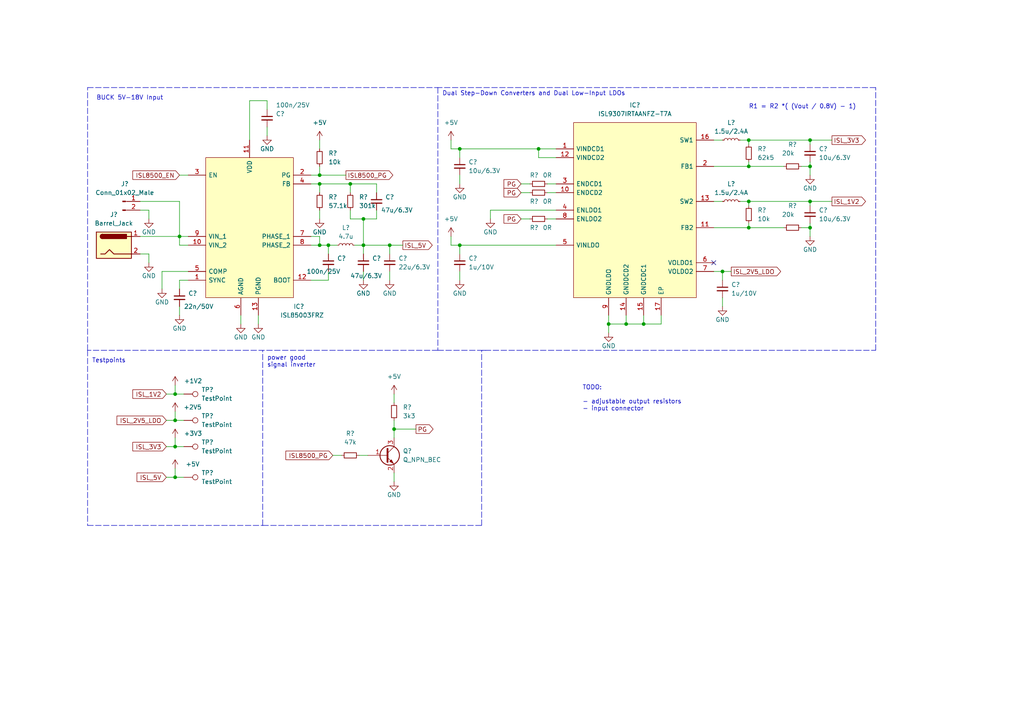
<source format=kicad_sch>
(kicad_sch (version 20211123) (generator eeschema)
  (paper "A4")
  (lib_symbols
    (symbol "Connector:Barrel_Jack" (pin_names (offset 1.016))
      (property "Reference" "J" (at 0 5.334 0))
      (property "Value" "Barrel_Jack" (at 0 -5.08 0))
      (symbol "Barrel_Jack_0_1"
        (rectangle (start -5.08 3.81) (end 5.08 -3.81) (stroke (width 0.254)) (fill (type background)))
        (arc (start -3.302 3.175) (mid -3.937 2.54) (end -3.302 1.905) (stroke (width 0.254)))
        (arc (start -3.302 3.175) (mid -3.937 2.54) (end -3.302 1.905) (stroke (width 0.254)) (fill (type outline)))
        (polyline (pts (xy 5.08 2.54) (xy 3.81 2.54)) (stroke (width 0.254)))
        (polyline (pts (xy -3.81 -2.54) (xy -2.54 -2.54) (xy -1.27 -1.27) (xy 0 -2.54) (xy 2.54 -2.54) (xy 5.08 -2.54)) (stroke (width 0.254)))
        (rectangle (start 3.683 3.175) (end -3.302 1.905) (stroke (width 0.254)) (fill (type outline)))
      )
      (symbol "Barrel_Jack_1_1"
        (pin passive line (at 7.62 2.54 180) (length 2.54) (name "~") (number "1"))
        (pin passive line (at 7.62 -2.54 180) (length 2.54) (name "~") (number "2"))
      )
    )
    (symbol "Connector:Conn_01x02_Male" (pin_names (offset 1.016) hide)
      (property "Reference" "J" (at 0 2.54 0))
      (property "Value" "Conn_01x02_Male" (at 0 -5.08 0))
      (symbol "Conn_01x02_Male_1_1"
        (polyline (pts (xy 1.27 -2.54) (xy 0.8636 -2.54)) (stroke (width 0.1524)))
        (polyline (pts (xy 1.27 0) (xy 0.8636 0)) (stroke (width 0.1524)))
        (rectangle (start 0.8636 -2.413) (end 0 -2.667) (stroke (width 0.1524)) (fill (type outline)))
        (rectangle (start 0.8636 0.127) (end 0 -0.127) (stroke (width 0.1524)) (fill (type outline)))
        (pin passive line (at 5.08 0 180) (length 3.81) (name "Pin_1") (number "1"))
        (pin passive line (at 5.08 -2.54 180) (length 3.81) (name "Pin_2") (number "2"))
      )
    )
    (symbol "Connector:TestPoint" (pin_numbers hide) (pin_names (offset 0.762) hide)
      (property "Reference" "TP" (at 0 6.858 0))
      (property "Value" "TestPoint" (at 0 5.08 0))
      (symbol "TestPoint_0_1"
        (circle (center 0 3.302) (radius 0.762))
      )
      (symbol "TestPoint_1_1"
        (pin passive line (at 0 0 90) (length 2.54) (name "1") (number "1"))
      )
    )
    (symbol "Device:C_Small" (pin_numbers hide) (pin_names (offset 0.254) hide)
      (property "Reference" "C" (at 0.254 1.778 0))
      (property "Value" "C_Small" (at 0.254 -2.032 0))
      (symbol "C_Small_0_1"
        (polyline (pts (xy -1.524 -0.508) (xy 1.524 -0.508)) (stroke (width 0.3302)))
        (polyline (pts (xy -1.524 0.508) (xy 1.524 0.508)) (stroke (width 0.3048)))
      )
      (symbol "C_Small_1_1"
        (pin passive line (at 0 2.54 270) (length 2.032) (name "~") (number "1"))
        (pin passive line (at 0 -2.54 90) (length 2.032) (name "~") (number "2"))
      )
    )
    (symbol "Device:L_Small" (pin_numbers hide) (pin_names (offset 0.254) hide)
      (property "Reference" "L" (at 0.762 1.016 0))
      (property "Value" "L_Small" (at 0.762 -1.016 0))
      (symbol "L_Small_0_1"
        (arc (start 0 -2.032) (mid 0.508 -1.524) (end 0 -1.016))
        (arc (start 0 -1.016) (mid 0.508 -0.508) (end 0 0))
        (arc (start 0 0) (mid 0.508 0.508) (end 0 1.016))
        (arc (start 0 1.016) (mid 0.508 1.524) (end 0 2.032))
      )
      (symbol "L_Small_1_1"
        (pin passive line (at 0 2.54 270) (length 0.508) (name "~") (number "1"))
        (pin passive line (at 0 -2.54 90) (length 0.508) (name "~") (number "2"))
      )
    )
    (symbol "Device:Q_NPN_BEC" (pin_names (offset 0) hide)
      (property "Reference" "Q" (at 5.08 1.27 0))
      (property "Value" "Q_NPN_BEC" (at 5.08 -1.27 0))
      (symbol "Q_NPN_BEC_0_1"
        (polyline (pts (xy 0.635 0.635) (xy 2.54 2.54)))
        (polyline (pts (xy 0.635 -0.635) (xy 2.54 -2.54) (xy 2.54 -2.54)))
        (polyline (pts (xy 0.635 1.905) (xy 0.635 -1.905) (xy 0.635 -1.905)) (stroke (width 0.508)))
        (polyline (pts (xy 1.27 -1.778) (xy 1.778 -1.27) (xy 2.286 -2.286) (xy 1.27 -1.778) (xy 1.27 -1.778)) (fill (type outline)))
        (circle (center 1.27 0) (radius 2.8194) (stroke (width 0.254)))
      )
      (symbol "Q_NPN_BEC_1_1"
        (pin input line (at -5.08 0 0) (length 5.715) (name "B") (number "1"))
        (pin passive line (at 2.54 -5.08 90) (length 2.54) (name "E") (number "2"))
        (pin passive line (at 2.54 5.08 270) (length 2.54) (name "C") (number "3"))
      )
    )
    (symbol "Device:R_Small" (pin_numbers hide) (pin_names (offset 0.254) hide)
      (property "Reference" "R" (at 0.762 0.508 0))
      (property "Value" "R_Small" (at 0.762 -1.016 0))
      (symbol "R_Small_0_1"
        (rectangle (start -0.762 1.778) (end 0.762 -1.778) (stroke (width 0.2032)))
      )
      (symbol "R_Small_1_1"
        (pin passive line (at 0 2.54 270) (length 0.762) (name "~") (number "1"))
        (pin passive line (at 0 -2.54 90) (length 0.762) (name "~") (number "2"))
      )
    )
    (symbol "power:+1V2" (power) (pin_names (offset 0))
      (property "Value" "+1V2" (at 0 3.556 0))
      (symbol "+1V2_0_1"
        (polyline (pts (xy -0.762 1.27) (xy 0 2.54)))
        (polyline (pts (xy 0 0) (xy 0 2.54)))
        (polyline (pts (xy 0 2.54) (xy 0.762 1.27)))
      )
      (symbol "+1V2_1_1"
        (pin power_in line (at 0 0 90) (length 0) hide (name "+1V2") (number "1"))
      )
    )
    (symbol "power:+2V5" (power) (pin_names (offset 0))
      (property "Value" "+2V5" (at 0 3.556 0))
      (symbol "+2V5_0_1"
        (polyline (pts (xy -0.762 1.27) (xy 0 2.54)))
        (polyline (pts (xy 0 0) (xy 0 2.54)))
        (polyline (pts (xy 0 2.54) (xy 0.762 1.27)))
      )
      (symbol "+2V5_1_1"
        (pin power_in line (at 0 0 90) (length 0) hide (name "+2V5") (number "1"))
      )
    )
    (symbol "power:+3V3" (power) (pin_names (offset 0))
      (property "Value" "+3V3" (at 0 3.556 0))
      (symbol "+3V3_0_1"
        (polyline (pts (xy -0.762 1.27) (xy 0 2.54)))
        (polyline (pts (xy 0 0) (xy 0 2.54)))
        (polyline (pts (xy 0 2.54) (xy 0.762 1.27)))
      )
      (symbol "+3V3_1_1"
        (pin power_in line (at 0 0 90) (length 0) hide (name "+3V3") (number "1"))
      )
    )
    (symbol "power:+5V" (power) (pin_names (offset 0))
      (property "Value" "+5V" (at 0 3.556 0))
      (symbol "+5V_0_1"
        (polyline (pts (xy -0.762 1.27) (xy 0 2.54)))
        (polyline (pts (xy 0 0) (xy 0 2.54)))
        (polyline (pts (xy 0 2.54) (xy 0.762 1.27)))
      )
      (symbol "+5V_1_1"
        (pin power_in line (at 0 0 90) (length 0) hide (name "+5V") (number "1"))
      )
    )
    (symbol "power:GND" (power) (pin_names (offset 0))
      (property "Value" "GND" (at 0 -3.81 0))
      (symbol "GND_0_1"
        (polyline (pts (xy 0 0) (xy 0 -1.27) (xy 1.27 -1.27) (xy 0 -2.54) (xy -1.27 -1.27) (xy 0 -1.27)))
      )
      (symbol "GND_1_1"
        (pin power_in line (at 0 0 270) (length 0) hide (name "GND") (number "1"))
      )
    )
    (symbol "supply:ISL85003FRZ" (pin_names (offset 0.762))
      (property "Reference" "IC" (at 31.75 7.62 0))
      (property "Value" "ISL85003FRZ" (at 31.75 5.08 0))
      (symbol "ISL85003FRZ_0_0"
        (pin passive line (at 0 -22.86 0) (length 5.08) (name "SYNC") (number "1"))
        (pin passive line (at 0 -12.7 0) (length 5.08) (name "VIN_2") (number "10"))
        (pin passive line (at 17.78 17.78 270) (length 5.08) (name "VDD") (number "11"))
        (pin passive line (at 35.56 -22.86 180) (length 5.08) (name "BOOT") (number "12"))
        (pin passive line (at 20.32 -33.02 90) (length 5.08) (name "PGND") (number "13"))
        (pin passive line (at 35.56 7.62 180) (length 5.08) (name "PG") (number "2"))
        (pin passive line (at 0 7.62 0) (length 5.08) (name "EN") (number "3"))
        (pin passive line (at 35.56 5.08 180) (length 5.08) (name "FB") (number "4"))
        (pin passive line (at 0 -20.32 0) (length 5.08) (name "COMP") (number "5"))
        (pin passive line (at 15.24 -33.02 90) (length 5.08) (name "AGND") (number "6"))
        (pin passive line (at 35.56 -10.16 180) (length 5.08) (name "PHASE_1") (number "7"))
        (pin passive line (at 35.56 -12.7 180) (length 5.08) (name "PHASE_2") (number "8"))
        (pin passive line (at 0 -10.16 0) (length 5.08) (name "VIN_1") (number "9"))
      )
      (symbol "ISL85003FRZ_0_1"
        (polyline (pts (xy 5.08 12.7) (xy 30.48 12.7) (xy 30.48 -27.94) (xy 5.08 -27.94) (xy 5.08 12.7)) (stroke (width 0.1524)) (fill (type background)))
      )
    )
    (symbol "supply:ISL9307IRTAANFZ-T7A" (pin_names (offset 0.762))
      (property "Reference" "IC" (at -2.54 27.94 0))
      (property "Value" "ISL9307IRTAANFZ-T7A" (at -12.7 25.4 0))
      (symbol "ISL9307IRTAANFZ-T7A_0_0"
        (pin passive line (at -22.86 15.24 0) (length 5.08) (name "VINDCD1") (number "1"))
        (pin passive line (at -22.86 2.54 0) (length 5.08) (name "ENDCD2") (number "10"))
        (pin passive line (at 22.86 -7.62 180) (length 5.08) (name "FB2") (number "11"))
        (pin passive line (at -22.86 12.7 0) (length 5.08) (name "VINDCD2") (number "12"))
        (pin passive line (at 22.86 0 180) (length 5.08) (name "SW2") (number "13"))
        (pin passive line (at -2.54 -33.02 90) (length 5.08) (name "GNDDCD2") (number "14"))
        (pin passive line (at 2.54 -33.02 90) (length 5.08) (name "GNDCDC1") (number "15"))
        (pin passive line (at 22.86 17.78 180) (length 5.08) (name "SW1") (number "16"))
        (pin passive line (at 7.62 -33.02 90) (length 5.08) (name "EP") (number "17"))
        (pin passive line (at 22.86 10.16 180) (length 5.08) (name "FB1") (number "2"))
        (pin passive line (at -22.86 5.08 0) (length 5.08) (name "ENDCD1") (number "3"))
        (pin passive line (at -22.86 -2.54 0) (length 5.08) (name "ENLDO1") (number "4"))
        (pin passive line (at -22.86 -12.7 0) (length 5.08) (name "VINLDO") (number "5"))
        (pin passive line (at 22.86 -17.78 180) (length 5.08) (name "VOLDO1") (number "6"))
        (pin passive line (at 22.86 -20.32 180) (length 5.08) (name "VOLDO2") (number "7"))
        (pin passive line (at -22.86 -5.08 0) (length 5.08) (name "ENLDO2") (number "8"))
        (pin passive line (at -7.62 -33.02 90) (length 5.08) (name "GNDLDO") (number "9"))
      )
      (symbol "ISL9307IRTAANFZ-T7A_0_1"
        (polyline (pts (xy -17.78 22.86) (xy 17.78 22.86) (xy 17.78 -27.94) (xy -17.78 -27.94) (xy -17.78 22.86)) (stroke (width 0.1524)) (fill (type background)))
      )
    )
  )
  (junction (at 92.71 53.34))
  (junction (at 114.3 124.46))
  (junction (at 156.21 43.18))
  (junction (at 217.17 40.64))
  (junction (at 50.8 138.43))
  (junction (at 234.95 66.04))
  (junction (at 50.8 114.3))
  (junction (at 105.41 71.12))
  (junction (at 209.55 78.74))
  (junction (at 50.8 129.54))
  (junction (at 92.71 71.12))
  (junction (at 95.25 71.12))
  (junction (at 92.71 50.8))
  (junction (at 234.95 40.64))
  (junction (at 217.17 66.04))
  (junction (at 181.61 93.98))
  (junction (at 186.69 93.98))
  (junction (at 105.41 63.5))
  (junction (at 101.6 53.34))
  (junction (at 217.17 48.26))
  (junction (at 133.35 43.18))
  (junction (at 52.07 68.58))
  (junction (at 113.03 71.12))
  (junction (at 176.53 93.98))
  (junction (at 50.8 121.92))
  (junction (at 234.95 58.42))
  (junction (at 133.35 71.12))
  (junction (at 234.95 48.26))
  (junction (at 217.17 58.42))
  (no_connect (at 207.01 76.2))
  (wire (pts (xy 105.41 78.74) (xy 105.41 81.28)))
  (polyline (pts (xy 25.4 25.4) (xy 127 25.4)))
  (wire (pts (xy 186.69 91.44) (xy 186.69 93.98)))
  (wire (pts (xy 92.71 68.58) (xy 92.71 71.12)))
  (wire (pts (xy 158.75 53.34) (xy 161.29 53.34)))
  (wire (pts (xy 191.77 93.98) (xy 191.77 91.44)))
  (wire (pts (xy 130.81 40.64) (xy 130.81 43.18)))
  (wire (pts (xy 113.03 78.74) (xy 113.03 81.28)))
  (wire (pts (xy 77.47 31.75) (xy 77.47 29.21)))
  (wire (pts (xy 92.71 53.34) (xy 101.6 53.34)))
  (wire (pts (xy 234.95 46.99) (xy 234.95 48.26)))
  (wire (pts (xy 209.55 86.36) (xy 209.55 88.9)))
  (wire (pts (xy 101.6 53.34) (xy 109.22 53.34)))
  (wire (pts (xy 92.71 48.26) (xy 92.71 50.8)))
  (wire (pts (xy 176.53 93.98) (xy 181.61 93.98)))
  (polyline (pts (xy 139.7 152.4) (xy 139.7 101.6)))
  (wire (pts (xy 52.07 68.58) (xy 54.61 68.58)))
  (wire (pts (xy 114.3 124.46) (xy 120.65 124.46)))
  (wire (pts (xy 101.6 60.96) (xy 101.6 63.5)))
  (wire (pts (xy 92.71 71.12) (xy 95.25 71.12)))
  (wire (pts (xy 207.01 66.04) (xy 217.17 66.04)))
  (wire (pts (xy 209.55 78.74) (xy 212.09 78.74)))
  (polyline (pts (xy 25.4 152.4) (xy 76.2 152.4)))
  (wire (pts (xy 217.17 58.42) (xy 217.17 59.69)))
  (wire (pts (xy 217.17 48.26) (xy 227.33 48.26)))
  (wire (pts (xy 217.17 46.99) (xy 217.17 48.26)))
  (wire (pts (xy 234.95 41.91) (xy 234.95 40.64)))
  (wire (pts (xy 52.07 88.9) (xy 52.07 91.44)))
  (wire (pts (xy 161.29 45.72) (xy 156.21 45.72)))
  (wire (pts (xy 90.17 81.28) (xy 95.25 81.28)))
  (wire (pts (xy 96.52 132.08) (xy 99.06 132.08)))
  (wire (pts (xy 133.35 50.8) (xy 133.35 53.34)))
  (wire (pts (xy 92.71 40.64) (xy 92.71 43.18)))
  (wire (pts (xy 186.69 93.98) (xy 191.77 93.98)))
  (wire (pts (xy 114.3 124.46) (xy 114.3 127)))
  (wire (pts (xy 130.81 43.18) (xy 133.35 43.18)))
  (wire (pts (xy 92.71 50.8) (xy 100.33 50.8)))
  (wire (pts (xy 40.64 58.42) (xy 52.07 58.42)))
  (wire (pts (xy 109.22 53.34) (xy 109.22 55.88)))
  (wire (pts (xy 234.95 40.64) (xy 217.17 40.64)))
  (wire (pts (xy 151.13 53.34) (xy 153.67 53.34)))
  (wire (pts (xy 158.75 55.88) (xy 161.29 55.88)))
  (polyline (pts (xy 139.7 101.6) (xy 140.97 101.6)))
  (wire (pts (xy 72.39 29.21) (xy 72.39 40.64)))
  (polyline (pts (xy 25.4 101.6) (xy 25.4 152.4)))
  (wire (pts (xy 52.07 50.8) (xy 54.61 50.8)))
  (wire (pts (xy 50.8 114.3) (xy 53.34 114.3)))
  (wire (pts (xy 105.41 71.12) (xy 113.03 71.12)))
  (wire (pts (xy 105.41 71.12) (xy 105.41 73.66)))
  (wire (pts (xy 50.8 114.3) (xy 50.8 111.76)))
  (wire (pts (xy 232.41 66.04) (xy 234.95 66.04)))
  (wire (pts (xy 234.95 66.04) (xy 234.95 68.58)))
  (wire (pts (xy 207.01 78.74) (xy 209.55 78.74)))
  (wire (pts (xy 40.64 60.96) (xy 43.18 60.96)))
  (wire (pts (xy 104.14 132.08) (xy 106.68 132.08)))
  (wire (pts (xy 217.17 64.77) (xy 217.17 66.04)))
  (wire (pts (xy 50.8 119.38) (xy 50.8 121.92)))
  (wire (pts (xy 90.17 68.58) (xy 92.71 68.58)))
  (polyline (pts (xy 254 25.4) (xy 127 25.4)))
  (wire (pts (xy 54.61 78.74) (xy 46.99 78.74)))
  (wire (pts (xy 114.3 121.92) (xy 114.3 124.46)))
  (wire (pts (xy 113.03 71.12) (xy 113.03 73.66)))
  (polyline (pts (xy 25.4 101.6) (xy 25.4 25.4)))
  (wire (pts (xy 92.71 60.96) (xy 92.71 63.5)))
  (wire (pts (xy 114.3 137.16) (xy 114.3 139.7)))
  (polyline (pts (xy 76.2 152.4) (xy 139.7 152.4)))
  (wire (pts (xy 90.17 71.12) (xy 92.71 71.12)))
  (wire (pts (xy 158.75 63.5) (xy 161.29 63.5)))
  (wire (pts (xy 95.25 71.12) (xy 97.79 71.12)))
  (wire (pts (xy 176.53 91.44) (xy 176.53 93.98)))
  (wire (pts (xy 133.35 45.72) (xy 133.35 43.18)))
  (wire (pts (xy 50.8 121.92) (xy 48.26 121.92)))
  (wire (pts (xy 52.07 71.12) (xy 54.61 71.12)))
  (wire (pts (xy 52.07 81.28) (xy 52.07 83.82)))
  (wire (pts (xy 77.47 36.83) (xy 77.47 39.37)))
  (wire (pts (xy 46.99 78.74) (xy 46.99 83.82)))
  (wire (pts (xy 92.71 53.34) (xy 92.71 55.88)))
  (wire (pts (xy 151.13 63.5) (xy 153.67 63.5)))
  (wire (pts (xy 43.18 60.96) (xy 43.18 63.5)))
  (wire (pts (xy 207.01 40.64) (xy 209.55 40.64)))
  (wire (pts (xy 90.17 53.34) (xy 92.71 53.34)))
  (wire (pts (xy 214.63 58.42) (xy 217.17 58.42)))
  (wire (pts (xy 40.64 68.58) (xy 52.07 68.58)))
  (wire (pts (xy 234.95 59.69) (xy 234.95 58.42)))
  (wire (pts (xy 234.95 58.42) (xy 217.17 58.42)))
  (polyline (pts (xy 254 101.6) (xy 254 25.4)))
  (wire (pts (xy 50.8 129.54) (xy 50.8 127)))
  (wire (pts (xy 181.61 93.98) (xy 186.69 93.98)))
  (polyline (pts (xy 76.2 152.4) (xy 76.2 101.6)))
  (wire (pts (xy 52.07 71.12) (xy 52.07 68.58)))
  (wire (pts (xy 133.35 78.74) (xy 133.35 81.28)))
  (wire (pts (xy 101.6 55.88) (xy 101.6 53.34)))
  (wire (pts (xy 69.85 93.98) (xy 69.85 91.44)))
  (wire (pts (xy 109.22 60.96) (xy 109.22 63.5)))
  (wire (pts (xy 207.01 58.42) (xy 209.55 58.42)))
  (polyline (pts (xy 127 25.4) (xy 127 101.6)))
  (wire (pts (xy 48.26 129.54) (xy 50.8 129.54)))
  (wire (pts (xy 176.53 93.98) (xy 176.53 96.52)))
  (wire (pts (xy 156.21 45.72) (xy 156.21 43.18)))
  (wire (pts (xy 40.64 73.66) (xy 43.18 73.66)))
  (wire (pts (xy 50.8 121.92) (xy 53.34 121.92)))
  (wire (pts (xy 52.07 58.42) (xy 52.07 68.58)))
  (wire (pts (xy 151.13 55.88) (xy 153.67 55.88)))
  (wire (pts (xy 54.61 81.28) (xy 52.07 81.28)))
  (wire (pts (xy 156.21 43.18) (xy 161.29 43.18)))
  (wire (pts (xy 50.8 138.43) (xy 53.34 138.43)))
  (wire (pts (xy 142.24 60.96) (xy 161.29 60.96)))
  (polyline (pts (xy 127 101.6) (xy 254 101.6)))
  (wire (pts (xy 101.6 63.5) (xy 105.41 63.5)))
  (wire (pts (xy 77.47 29.21) (xy 72.39 29.21)))
  (wire (pts (xy 207.01 48.26) (xy 217.17 48.26)))
  (wire (pts (xy 232.41 48.26) (xy 234.95 48.26)))
  (wire (pts (xy 130.81 68.58) (xy 130.81 71.12)))
  (wire (pts (xy 48.26 114.3) (xy 50.8 114.3)))
  (wire (pts (xy 130.81 71.12) (xy 133.35 71.12)))
  (wire (pts (xy 48.26 138.43) (xy 50.8 138.43)))
  (wire (pts (xy 181.61 91.44) (xy 181.61 93.98)))
  (wire (pts (xy 133.35 43.18) (xy 156.21 43.18)))
  (wire (pts (xy 142.24 63.5) (xy 142.24 60.96)))
  (wire (pts (xy 95.25 81.28) (xy 95.25 78.74)))
  (wire (pts (xy 50.8 135.89) (xy 50.8 138.43)))
  (wire (pts (xy 105.41 63.5) (xy 105.41 71.12)))
  (wire (pts (xy 234.95 64.77) (xy 234.95 66.04)))
  (wire (pts (xy 209.55 78.74) (xy 209.55 81.28)))
  (wire (pts (xy 133.35 73.66) (xy 133.35 71.12)))
  (wire (pts (xy 133.35 71.12) (xy 161.29 71.12)))
  (wire (pts (xy 114.3 114.3) (xy 114.3 116.84)))
  (wire (pts (xy 113.03 71.12) (xy 116.84 71.12)))
  (wire (pts (xy 102.87 71.12) (xy 105.41 71.12)))
  (wire (pts (xy 217.17 66.04) (xy 227.33 66.04)))
  (wire (pts (xy 43.18 73.66) (xy 43.18 76.2)))
  (wire (pts (xy 214.63 40.64) (xy 217.17 40.64)))
  (wire (pts (xy 90.17 50.8) (xy 92.71 50.8)))
  (wire (pts (xy 217.17 40.64) (xy 217.17 41.91)))
  (wire (pts (xy 234.95 58.42) (xy 241.3 58.42)))
  (wire (pts (xy 95.25 71.12) (xy 95.25 73.66)))
  (wire (pts (xy 234.95 48.26) (xy 234.95 50.8)))
  (wire (pts (xy 234.95 40.64) (xy 241.3 40.64)))
  (wire (pts (xy 74.93 93.98) (xy 74.93 91.44)))
  (polyline (pts (xy 127 101.6) (xy 25.4 101.6)))
  (wire (pts (xy 109.22 63.5) (xy 105.41 63.5)))
  (wire (pts (xy 50.8 129.54) (xy 53.34 129.54)))
  (text "BUCK 5V-18V Input" (at 27.94 29.21 0) (effects (font (size 1.27 1.27)) (justify left bottom)))
  (text "power good\nsignal inverter" (at 77.47 106.68 0) (effects (font (size 1.27 1.27)) (justify left bottom)))
  (text "R1 = R2 *( (Vout / 0.8V) - 1)" (at 217.17 31.75 0) (effects (font (size 1.27 1.27)) (justify left bottom)))
  (text "TODO:\n\n- adjustable output resistors\n- input connector" (at 168.91 119.38 0) (effects (font (size 1.27 1.27)) (justify left bottom)))
  (text "Dual Step-Down Converters and Dual Low-Input LDOs" (at 128.27 27.94 0) (effects (font (size 1.27 1.27)) (justify left bottom)))
  (text "Testpoints" (at 26.67 105.41 0) (effects (font (size 1.27 1.27)) (justify left bottom)))
  (global_label "ISL_2V5_LDO" (shape output) (at 212.09 78.74 0) (property "Intersheet References" "${INTERSHEET_REFS}" (effects hide)))
  (global_label "PG" (shape input) (at 151.13 55.88 180) (property "Intersheet References" "${INTERSHEET_REFS}" (effects hide)))
  (global_label "ISL_2V5_LDO" (shape input) (at 48.26 121.92 180) (property "Intersheet References" "${INTERSHEET_REFS}" (effects hide)))
  (global_label "ISL_3V3" (shape input) (at 48.26 129.54 180) (property "Intersheet References" "${INTERSHEET_REFS}" (effects hide)))
  (global_label "PG" (shape input) (at 151.13 63.5 180) (property "Intersheet References" "${INTERSHEET_REFS}" (effects hide)))
  (global_label "ISL8500_PG" (shape input) (at 96.52 132.08 180) (property "Intersheet References" "${INTERSHEET_REFS}" (effects hide)))
  (global_label "ISL_1V2" (shape output) (at 241.3 58.42 0) (property "Intersheet References" "${INTERSHEET_REFS}" (effects hide)))
  (global_label "ISL_5V" (shape input) (at 48.26 138.43 180) (property "Intersheet References" "${INTERSHEET_REFS}" (effects hide)))
  (global_label "ISL_5V" (shape output) (at 116.84 71.12 0) (property "Intersheet References" "${INTERSHEET_REFS}" (effects hide)))
  (global_label "ISL8500_EN" (shape input) (at 52.07 50.8 180) (property "Intersheet References" "${INTERSHEET_REFS}" (effects hide)))
  (global_label "ISL_3V3" (shape output) (at 241.3 40.64 0) (property "Intersheet References" "${INTERSHEET_REFS}" (effects hide)))
  (global_label "ISL_1V2" (shape input) (at 48.26 114.3 180) (property "Intersheet References" "${INTERSHEET_REFS}" (effects hide)))
  (global_label "PG" (shape output) (at 120.65 124.46 0) (property "Intersheet References" "${INTERSHEET_REFS}" (effects hide)))
  (global_label "ISL8500_PG" (shape output) (at 100.33 50.8 0) (property "Intersheet References" "${INTERSHEET_REFS}" (effects hide)))
  (global_label "PG" (shape input) (at 151.13 53.34 180) (property "Intersheet References" "${INTERSHEET_REFS}" (effects hide)))
  (symbol (lib_id "power:+5V") (at 50.8 135.89 0) (unit 1)
    (property "Reference" "#PWR?" (effects hide))
    (property "Value" "+5V" (at 55.88 134.62 0))
  )
  (symbol (lib_id "power:GND") (at 74.93 93.98 0) (unit 1)
    (property "Reference" "#PWR?" (effects hide))
    (property "Value" "GND" (at 74.93 97.79 0))
  )
  (symbol (lib_id "power:+1V2") (at 50.8 111.76 0) (unit 1)
    (property "Reference" "#PWR?" (effects hide))
    (property "Value" "+1V2" (at 53.34 110.4899 0) (effects (justify left)))
  )
  (symbol (lib_id "power:GND") (at 43.18 63.5 0) (unit 1)
    (property "Reference" "#PWR?" (effects hide))
    (property "Value" "GND" (at 43.18 67.31 0))
  )
  (symbol (lib_id "Device:C_Small") (at 133.35 48.26 0) (unit 1)
    (property "Reference" "C?" (at 135.89 46.9962 0) (effects (justify left)))
    (property "Value" "10u/6.3V" (at 135.89 49.5362 0) (effects (justify left)))
    (property "Footprint" "Capacitor_SMD:C_0603_1608Metric_Pad1.08x0.95mm_HandSolder" (effects hide))
    (property "MNR" " 187-CL10A106MQ8NNNC " (effects hide))
  )
  (symbol (lib_id "power:GND") (at 113.03 81.28 0) (unit 1)
    (property "Reference" "#PWR?" (effects hide))
    (property "Value" "GND" (at 113.03 85.09 0))
  )
  (symbol (lib_id "power:GND") (at 133.35 53.34 0) (unit 1)
    (property "Reference" "#PWR?" (effects hide))
    (property "Value" "GND" (at 133.35 57.15 0))
  )
  (symbol (lib_id "Device:R_Small") (at 101.6 58.42 0) (unit 1)
    (property "Reference" "R?" (at 104.14 57.1499 0) (effects (justify left)))
    (property "Value" "301k" (at 104.14 59.6899 0) (effects (justify left)))
    (property "Footprint" "Resistor_SMD:R_0603_1608Metric_Pad0.98x0.95mm_HandSolder" (effects hide))
  )
  (symbol (lib_id "power:+2V5") (at 50.8 119.38 0) (unit 1)
    (property "Reference" "#PWR?" (effects hide))
    (property "Value" "+2V5" (at 55.88 118.11 0))
  )
  (symbol (lib_id "power:GND") (at 52.07 91.44 0) (unit 1)
    (property "Reference" "#PWR?" (effects hide))
    (property "Value" "GND" (at 52.07 95.25 0))
  )
  (symbol (lib_id "Device:R_Small") (at 217.17 44.45 0) (unit 1)
    (property "Reference" "R?" (at 219.71 43.1799 0) (effects (justify left)))
    (property "Value" "62k5" (at 219.71 45.7199 0) (effects (justify left)))
    (property "Footprint" "Resistor_SMD:R_0603_1608Metric_Pad0.98x0.95mm_HandSolder" (effects hide))
  )
  (symbol (lib_id "power:GND") (at 133.35 81.28 0) (unit 1)
    (property "Reference" "#PWR?" (effects hide))
    (property "Value" "GND" (at 133.35 85.09 0))
  )
  (symbol (lib_id "power:GND") (at 92.71 63.5 0) (unit 1)
    (property "Reference" "#PWR?" (effects hide))
    (property "Value" "GND" (at 92.71 67.31 0))
  )
  (symbol (lib_id "supply:ISL9307IRTAANFZ-T7A") (at 184.15 58.42 0) (unit 1)
    (property "Reference" "IC?" (at 184.15 30.48 0))
    (property "Value" "ISL9307IRTAANFZ-T7A" (at 184.15 33.02 0))
    (property "Footprint" "supply:QFN65P400X400X75-17N" (effects hide))
    (property "Datasheet" "https://www.renesas.com/en-us/www/doc/datasheet/isl9307.pdf" (effects hide))
    (property "Description" "Integrated FET Regulators 3MHz Dual 1500mA Step-Down Converters and Dual Low-Input LDOs" (effects hide))
    (property "Height" "0.75" (effects hide))
    (property "Mouser Part Number" "968-IS9307IRTAANFZT7" (effects hide))
    (property "Mouser Price/Stock" "http://www.mouser.com/Search/ProductDetail.aspx?qs=xLVK6NV1hHQFlIZlSlnmDA%3d%3d" (effects hide))
    (property "Manufacturer_Name" "Renesas Electronics" (effects hide))
    (property "Manufacturer_Part_Number" "ISL9307IRTAANFZ-T7A" (effects hide))
    (property "MNR" "968-IS9307IRTAANFZT7" (effects hide))
  )
  (symbol (lib_id "Device:C_Small") (at 113.03 76.2 0) (unit 1)
    (property "Reference" "C?" (at 115.57 74.9362 0) (effects (justify left)))
    (property "Value" "22u/6.3V" (at 115.57 77.47 0) (effects (justify left)))
    (property "Footprint" "Capacitor_SMD:C_0603_1608Metric_Pad1.08x0.95mm_HandSolder" (effects hide))
    (property "MNR" " 81-GRM188R60J226ME5J " (effects hide))
  )
  (symbol (lib_id "power:GND") (at 176.53 96.52 0) (unit 1)
    (property "Reference" "#PWR?" (effects hide))
    (property "Value" "GND" (at 176.53 100.33 0))
  )
  (symbol (lib_id "Device:C_Small") (at 234.95 44.45 0) (unit 1)
    (property "Reference" "C?" (at 237.49 43.1862 0) (effects (justify left)))
    (property "Value" "10u/6.3V" (at 237.49 45.7262 0) (effects (justify left)))
    (property "Footprint" "Capacitor_SMD:C_0603_1608Metric_Pad1.08x0.95mm_HandSolder" (effects hide))
    (property "MNR" " 187-CL10A106MQ8NNNC " (effects hide))
  )
  (symbol (lib_id "Device:R_Small") (at 156.21 63.5 90) (unit 1)
    (property "Reference" "R?" (at 154.94 66.04 90))
    (property "Value" "0R" (at 158.75 66.04 90))
    (property "Footprint" "Resistor_SMD:R_0603_1608Metric_Pad0.98x0.95mm_HandSolder" (effects hide))
  )
  (symbol (lib_id "Device:R_Small") (at 217.17 62.23 0) (unit 1)
    (property "Reference" "R?" (at 219.71 60.9599 0) (effects (justify left)))
    (property "Value" "10k" (at 219.71 63.4999 0) (effects (justify left)))
    (property "Footprint" "Resistor_SMD:R_0603_1608Metric_Pad0.98x0.95mm_HandSolder" (effects hide))
  )
  (symbol (lib_id "power:+5V") (at 130.81 40.64 0) (unit 1)
    (property "Reference" "#PWR?" (effects hide))
    (property "Value" "+5V" (at 130.81 35.56 0))
  )
  (symbol (lib_id "power:GND") (at 234.95 50.8 0) (unit 1)
    (property "Reference" "#PWR?" (effects hide))
    (property "Value" "GND" (at 234.95 54.61 0))
  )
  (symbol (lib_id "power:+5V") (at 130.81 68.58 0) (unit 1)
    (property "Reference" "#PWR?" (effects hide))
    (property "Value" "+5V" (at 130.81 63.5 0))
  )
  (symbol (lib_id "power:+3V3") (at 50.8 127 0) (unit 1)
    (property "Reference" "#PWR?" (effects hide))
    (property "Value" "+3V3" (at 53.34 125.7299 0) (effects (justify left)))
  )
  (symbol (lib_id "supply:ISL85003FRZ") (at 54.61 58.42 0) (unit 1)
    (property "Reference" "IC?" (at 85.09 88.9 0) (effects (justify left)))
    (property "Value" "ISL85003FRZ" (at 81.28 91.44 0) (effects (justify left)))
    (property "Footprint" "SON50P300X400X90-13N" (effects hide))
    (property "Datasheet" "https://www.renesas.com/en-us/www/doc/datasheet/isl85003-a.pdf" (effects hide))
    (property "Description" "Integrated FET Regulators Highly Efficient 3A Synchronous Buck Regulator" (effects hide))
    (property "Height" "0.9" (effects hide))
    (property "Mouser Part Number" "968-ISL85003FRZ" (effects hide))
    (property "Mouser Price/Stock" "https://www.mouser.co.uk/ProductDetail/Renesas-Intersil/ISL85003FRZ?qs=Lc9xb%252B54weddz9LjLoOSrA%3D%3D" (effects hide))
    (property "Manufacturer_Name" "Renesas Electronics" (effects hide))
    (property "Manufacturer_Part_Number" "ISL85003FRZ" (effects hide))
    (property "MNR" "968-ISL85003FRZ" (effects hide))
  )
  (symbol (lib_id "Device:C_Small") (at 109.22 58.42 0) (unit 1)
    (property "Reference" "C?" (at 111.76 57.1562 0) (effects (justify left)))
    (property "Value" "47u/6.3V" (at 110.49 60.96 0) (effects (justify left)))
    (property "Footprint" "Capacitor_SMD:C_0603_1608Metric_Pad1.08x0.95mm_HandSolder" (effects hide))
    (property "MNR" "81-GRM188R60J476ME5J " (effects hide))
  )
  (symbol (lib_id "Device:R_Small") (at 156.21 53.34 90) (unit 1)
    (property "Reference" "R?" (at 154.94 50.8 90))
    (property "Value" "0R" (at 158.75 50.8 90))
    (property "Footprint" "Resistor_SMD:R_0603_1608Metric_Pad0.98x0.95mm_HandSolder" (effects hide))
  )
  (symbol (lib_id "power:GND") (at 114.3 139.7 0) (unit 1)
    (property "Reference" "#PWR?" (effects hide))
    (property "Value" "GND" (at 114.3 143.51 0))
  )
  (symbol (lib_id "Device:R_Small") (at 101.6 132.08 90) (unit 1)
    (property "Reference" "R?" (at 101.6 125.73 90))
    (property "Value" "47k" (at 101.6 128.27 90))
    (property "Footprint" "Resistor_SMD:R_0603_1608Metric_Pad0.98x0.95mm_HandSolder" (effects hide))
  )
  (symbol (lib_id "Device:L_Small") (at 212.09 40.64 90) (unit 1)
    (property "Reference" "L?" (at 212.09 35.56 90))
    (property "Value" "1.5u/2.4A" (at 212.09 38.1 90))
    (property "Footprint" "Inductor_SMD:L_1008_2520Metric_Pad1.43x2.20mm_HandSolder" (effects hide))
    (property "MNR" " 963-MAKK2520H1R5M " (effects hide))
  )
  (symbol (lib_id "Device:C_Small") (at 133.35 76.2 0) (unit 1)
    (property "Reference" "C?" (at 135.89 74.9362 0) (effects (justify left)))
    (property "Value" "1u/10V" (at 135.89 77.4762 0) (effects (justify left)))
    (property "Footprint" "Capacitor_SMD:C_0603_1608Metric_Pad1.08x0.95mm_HandSolder" (effects hide))
    (property "MNR" " 187-CL10A105KP8NNWC " (effects hide))
  )
  (symbol (lib_id "Device:L_Small") (at 212.09 58.42 90) (unit 1)
    (property "Reference" "L?" (at 212.09 53.34 90))
    (property "Value" "1.5u/2.4A" (at 212.09 55.88 90))
    (property "Footprint" "Inductor_SMD:L_1008_2520Metric_Pad1.43x2.20mm_HandSolder" (effects hide))
    (property "MNR" " 963-MAKK2520H1R5M " (effects hide))
  )
  (symbol (lib_id "Connector:TestPoint") (at 53.34 114.3 270) (unit 1)
    (property "Reference" "TP?" (at 58.42 113.0299 90) (effects (justify left)))
    (property "Value" "TestPoint" (at 58.42 115.5699 90) (effects (justify left)))
    (property "Footprint" "TestPoint:TestPoint_Plated_Hole_D2.0mm" (effects hide))
  )
  (symbol (lib_id "Connector:TestPoint") (at 53.34 138.43 270) (unit 1)
    (property "Reference" "TP?" (at 58.42 137.1599 90) (effects (justify left)))
    (property "Value" "TestPoint" (at 58.42 139.6999 90) (effects (justify left)))
    (property "Footprint" "TestPoint:TestPoint_Plated_Hole_D2.0mm" (effects hide))
  )
  (symbol (lib_id "Device:R_Small") (at 229.87 48.26 90) (unit 1)
    (property "Reference" "R?" (at 229.87 41.91 90))
    (property "Value" "20k" (at 228.6 44.45 90))
    (property "Footprint" "Resistor_SMD:R_0603_1608Metric_Pad0.98x0.95mm_HandSolder" (effects hide))
  )
  (symbol (lib_id "Device:C_Small") (at 77.47 34.29 0) (unit 1)
    (property "Reference" "C?" (at 80.01 33.0262 0) (effects (justify left)))
    (property "Value" "100n/25V" (at 80.01 30.48 0) (effects (justify left)))
    (property "Footprint" "Capacitor_SMD:C_0603_1608Metric_Pad1.08x0.95mm_HandSolder" (effects hide))
    (property "MNR" " 603-CC603KRX7R8BB104 " (effects hide))
  )
  (symbol (lib_id "power:+5V") (at 114.3 114.3 0) (unit 1)
    (property "Reference" "#PWR?" (effects hide))
    (property "Value" "+5V" (at 114.3 109.22 0))
  )
  (symbol (lib_id "power:GND") (at 105.41 81.28 0) (unit 1)
    (property "Reference" "#PWR?" (effects hide))
    (property "Value" "GND" (at 105.41 85.09 0))
  )
  (symbol (lib_id "Device:C_Small") (at 52.07 86.36 0) (unit 1)
    (property "Reference" "C?" (at 54.61 85.0962 0) (effects (justify left)))
    (property "Value" "22n/50V" (at 53.34 88.9 0) (effects (justify left)))
    (property "Footprint" "Capacitor_SMD:C_0603_1608Metric_Pad1.08x0.95mm_HandSolder" (effects hide))
    (property "MNR" " 603-CC603KPX7R9BB223 " (effects hide))
  )
  (symbol (lib_id "Device:L_Small") (at 100.33 71.12 90) (unit 1)
    (property "Reference" "L?" (at 100.33 66.04 90))
    (property "Value" "4.7u" (at 100.33 68.58 90))
  )
  (symbol (lib_id "Device:R_Small") (at 92.71 58.42 0) (unit 1)
    (property "Reference" "R?" (at 95.25 57.1499 0) (effects (justify left)))
    (property "Value" "57.1k" (at 95.25 59.6899 0) (effects (justify left)))
    (property "Footprint" "Resistor_SMD:R_0603_1608Metric_Pad0.98x0.95mm_HandSolder" (effects hide))
  )
  (symbol (lib_id "power:GND") (at 234.95 68.58 0) (unit 1)
    (property "Reference" "#PWR?" (effects hide))
    (property "Value" "GND" (at 234.95 72.39 0))
  )
  (symbol (lib_id "power:GND") (at 69.85 93.98 0) (unit 1)
    (property "Reference" "#PWR?" (effects hide))
    (property "Value" "GND" (at 69.85 97.79 0))
  )
  (symbol (lib_id "power:GND") (at 46.99 83.82 0) (unit 1)
    (property "Reference" "#PWR?" (effects hide))
    (property "Value" "GND" (at 46.99 87.63 0))
  )
  (symbol (lib_id "power:GND") (at 209.55 88.9 0) (unit 1)
    (property "Reference" "#PWR?" (effects hide))
    (property "Value" "GND" (at 209.55 92.71 0))
  )
  (symbol (lib_id "Connector:Barrel_Jack") (at 33.02 71.12 0) (unit 1)
    (property "Reference" "J?" (at 33.02 62.23 0))
    (property "Value" "Barrel_Jack" (at 33.02 64.77 0))
  )
  (symbol (lib_id "Device:C_Small") (at 105.41 76.2 0) (unit 1)
    (property "Reference" "C?" (at 107.95 74.9362 0) (effects (justify left)))
    (property "Value" "47u/6.3V" (at 101.6 80.01 0) (effects (justify left)))
    (property "Footprint" "Capacitor_SMD:C_0603_1608Metric_Pad1.08x0.95mm_HandSolder" (effects hide))
    (property "MNR" "81-GRM188R60J476ME5J " (effects hide))
  )
  (symbol (lib_id "Device:R_Small") (at 114.3 119.38 180) (unit 1)
    (property "Reference" "R?" (at 116.84 118.1099 0) (effects (justify right)))
    (property "Value" "3k3" (at 116.84 120.6499 0) (effects (justify right)))
    (property "Footprint" "Resistor_SMD:R_0603_1608Metric_Pad0.98x0.95mm_HandSolder" (effects hide))
  )
  (symbol (lib_id "Device:Q_NPN_BEC") (at 111.76 132.08 0) (unit 1)
    (property "Reference" "Q?" (at 116.84 130.8099 0) (effects (justify left)))
    (property "Value" "Q_NPN_BEC" (at 116.84 133.3499 0) (effects (justify left)))
    (property "Footprint" "supply:TO-236AB" (effects hide))
    (property "MNR" " 771-BC847C-QR " (effects hide))
  )
  (symbol (lib_id "power:+5V") (at 92.71 40.64 0) (unit 1)
    (property "Reference" "#PWR?" (effects hide))
    (property "Value" "+5V" (at 92.71 35.56 0))
  )
  (symbol (lib_id "Connector:TestPoint") (at 53.34 129.54 270) (unit 1)
    (property "Reference" "TP?" (at 58.42 128.2699 90) (effects (justify left)))
    (property "Value" "TestPoint" (at 58.42 130.8099 90) (effects (justify left)))
    (property "Footprint" "TestPoint:TestPoint_Plated_Hole_D2.0mm" (effects hide))
  )
  (symbol (lib_id "Device:C_Small") (at 95.25 76.2 0) (unit 1)
    (property "Reference" "C?" (at 97.79 74.9362 0) (effects (justify left)))
    (property "Value" "100n/25V" (at 88.9 78.74 0) (effects (justify left)))
    (property "Footprint" "Capacitor_SMD:C_0603_1608Metric_Pad1.08x0.95mm_HandSolder" (effects hide))
    (property "MNR" " 603-CC603KRX7R8BB104 " (effects hide))
  )
  (symbol (lib_id "Device:R_Small") (at 229.87 66.04 90) (unit 1)
    (property "Reference" "R?" (at 229.87 59.69 90))
    (property "Value" "20k" (at 228.6 62.23 90))
    (property "Footprint" "Resistor_SMD:R_0603_1608Metric_Pad0.98x0.95mm_HandSolder" (effects hide))
  )
  (symbol (lib_id "power:GND") (at 142.24 63.5 0) (unit 1)
    (property "Reference" "#PWR?" (effects hide))
    (property "Value" "GND" (at 142.24 67.31 0))
  )
  (symbol (lib_id "Device:C_Small") (at 234.95 62.23 0) (unit 1)
    (property "Reference" "C?" (at 237.49 60.9662 0) (effects (justify left)))
    (property "Value" "10u/6.3V" (at 237.49 63.5062 0) (effects (justify left)))
    (property "Footprint" "Capacitor_SMD:C_0603_1608Metric_Pad1.08x0.95mm_HandSolder" (effects hide))
    (property "MNR" " 187-CL10A106MQ8NNNC " (effects hide))
  )
  (symbol (lib_id "Connector:Conn_01x02_Male") (at 35.56 58.42 0) (unit 1)
    (property "Reference" "J?" (at 36.195 53.34 0))
    (property "Value" "Conn_01x02_Male" (at 36.195 55.88 0))
  )
  (symbol (lib_id "power:GND") (at 43.18 76.2 0) (unit 1)
    (property "Reference" "#PWR?" (effects hide))
    (property "Value" "GND" (at 43.18 80.01 0))
  )
  (symbol (lib_id "power:GND") (at 77.47 39.37 0) (unit 1)
    (property "Reference" "#PWR?" (effects hide))
    (property "Value" "GND" (at 77.47 43.18 0))
  )
  (symbol (lib_id "Device:R_Small") (at 156.21 55.88 90) (unit 1)
    (property "Reference" "R?" (at 154.94 58.42 90))
    (property "Value" "0R" (at 158.75 58.42 90))
    (property "Footprint" "aResistor_SMD:R_0603_1608Metric_Pad0.98x0.95mm_HandSolder" (effects hide))
  )
  (symbol (lib_id "Device:C_Small") (at 209.55 83.82 0) (unit 1)
    (property "Reference" "C?" (at 212.09 82.5562 0) (effects (justify left)))
    (property "Value" "1u/10V" (at 212.09 85.0962 0) (effects (justify left)))
    (property "Footprint" "Capacitor_SMD:C_0603_1608Metric_Pad1.08x0.95mm_HandSolder" (effects hide))
    (property "MNR" " 187-CL10A105KP8NNWC " (effects hide))
  )
  (symbol (lib_id "Connector:TestPoint") (at 53.34 121.92 270) (unit 1)
    (property "Reference" "TP?" (at 58.42 120.6499 90) (effects (justify left)))
    (property "Value" "TestPoint" (at 58.42 123.1899 90) (effects (justify left)))
    (property "Footprint" "TestPoint:TestPoint_Plated_Hole_D2.0mm" (effects hide))
  )
  (symbol (lib_id "Device:R_Small") (at 92.71 45.72 0) (unit 1)
    (property "Reference" "R?" (at 95.25 44.4499 0) (effects (justify left)))
    (property "Value" "10k" (at 95.25 46.9899 0) (effects (justify left)))
    (property "Footprint" "Resistor_SMD:R_0603_1608Metric_Pad0.98x0.95mm_HandSolder" (effects hide))
  )
)
</source>
